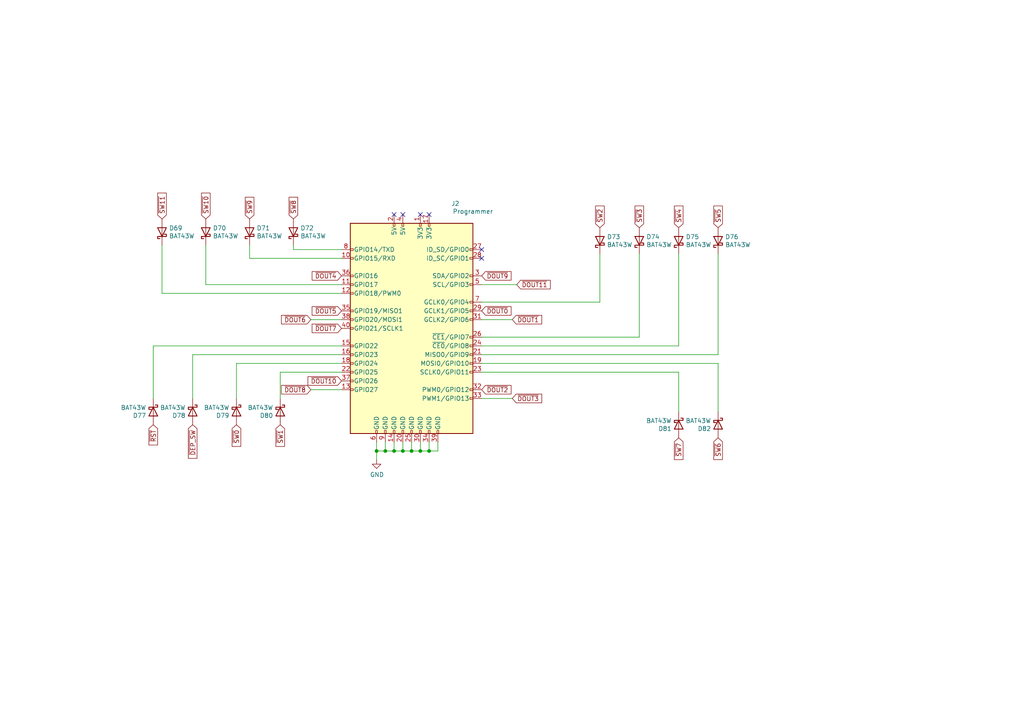
<source format=kicad_sch>
(kicad_sch (version 20210126) (generator eeschema)
  (paper "A4")
  (lib_symbols
    (symbol "Connector:Raspberry_Pi_2_3" (pin_names (offset 1.016))
      (property "Reference" "J" (at -17.78 31.75 0))
      (property "Value" "Raspberry_Pi_2_3" (at 10.16 -31.75 0))
      (symbol "Raspberry_Pi_2_3_0_1"
        (rectangle (start -17.78 30.48) (end 17.78 -30.48) (stroke (width 0.254)) (fill (type background)))
      )
      (symbol "Raspberry_Pi_2_3_1_1"
        (rectangle (start -16.891 -17.526) (end -17.78 -18.034))
        (rectangle (start -16.891 -14.986) (end -17.78 -15.494))
        (rectangle (start -16.891 -12.446) (end -17.78 -12.954))
        (rectangle (start -16.891 -9.906) (end -17.78 -10.414))
        (rectangle (start -16.891 -7.366) (end -17.78 -7.874))
        (rectangle (start -16.891 -4.826) (end -17.78 -5.334))
        (rectangle (start -16.891 0.254) (end -17.78 -0.254))
        (rectangle (start -16.891 2.794) (end -17.78 2.286))
        (rectangle (start -16.891 5.334) (end -17.78 4.826))
        (rectangle (start -16.891 10.414) (end -17.78 9.906))
        (rectangle (start -16.891 12.954) (end -17.78 12.446))
        (rectangle (start -16.891 15.494) (end -17.78 14.986))
        (rectangle (start -16.891 20.574) (end -17.78 20.066))
        (rectangle (start -16.891 23.114) (end -17.78 22.606))
        (rectangle (start -10.414 -29.591) (end -9.906 -30.48))
        (rectangle (start -7.874 -29.591) (end -7.366 -30.48))
        (rectangle (start -5.334 -29.591) (end -4.826 -30.48))
        (rectangle (start -5.334 30.48) (end -4.826 29.591))
        (rectangle (start -2.794 -29.591) (end -2.286 -30.48))
        (rectangle (start -2.794 30.48) (end -2.286 29.591))
        (rectangle (start -0.254 -29.591) (end 0.254 -30.48))
        (rectangle (start 2.286 -29.591) (end 2.794 -30.48))
        (rectangle (start 2.286 30.48) (end 2.794 29.591))
        (rectangle (start 4.826 -29.591) (end 5.334 -30.48))
        (rectangle (start 4.826 30.48) (end 5.334 29.591))
        (rectangle (start 7.366 -29.591) (end 7.874 -30.48))
        (rectangle (start 17.78 -20.066) (end 16.891 -20.574))
        (rectangle (start 17.78 -17.526) (end 16.891 -18.034))
        (rectangle (start 17.78 -12.446) (end 16.891 -12.954))
        (rectangle (start 17.78 -9.906) (end 16.891 -10.414))
        (rectangle (start 17.78 -7.366) (end 16.891 -7.874))
        (rectangle (start 17.78 -4.826) (end 16.891 -5.334))
        (rectangle (start 17.78 -2.286) (end 16.891 -2.794))
        (rectangle (start 17.78 2.794) (end 16.891 2.286))
        (rectangle (start 17.78 5.334) (end 16.891 4.826))
        (rectangle (start 17.78 7.874) (end 16.891 7.366))
        (rectangle (start 17.78 12.954) (end 16.891 12.446))
        (rectangle (start 17.78 15.494) (end 16.891 14.986))
        (rectangle (start 17.78 20.574) (end 16.891 20.066))
        (rectangle (start 17.78 23.114) (end 16.891 22.606))
        (pin power_in line (at 2.54 33.02 270) (length 2.54) (name "3V3") (number "1"))
        (pin bidirectional line (at -20.32 20.32 0) (length 2.54) (name "GPIO15/RXD") (number "10"))
        (pin bidirectional line (at -20.32 12.7 0) (length 2.54) (name "GPIO17") (number "11"))
        (pin bidirectional line (at -20.32 10.16 0) (length 2.54) (name "GPIO18/PWM0") (number "12"))
        (pin bidirectional line (at -20.32 -17.78 0) (length 2.54) (name "GPIO27") (number "13"))
        (pin power_in line (at -5.08 -33.02 90) (length 2.54) (name "GND") (number "14"))
        (pin bidirectional line (at -20.32 -5.08 0) (length 2.54) (name "GPIO22") (number "15"))
        (pin bidirectional line (at -20.32 -7.62 0) (length 2.54) (name "GPIO23") (number "16"))
        (pin power_in line (at 5.08 33.02 270) (length 2.54) (name "3V3") (number "17"))
        (pin bidirectional line (at -20.32 -10.16 0) (length 2.54) (name "GPIO24") (number "18"))
        (pin bidirectional line (at 20.32 -10.16 180) (length 2.54) (name "MOSI0/GPIO10") (number "19"))
        (pin power_in line (at -5.08 33.02 270) (length 2.54) (name "5V") (number "2"))
        (pin power_in line (at -2.54 -33.02 90) (length 2.54) (name "GND") (number "20"))
        (pin bidirectional line (at 20.32 -7.62 180) (length 2.54) (name "MISO0/GPIO9") (number "21"))
        (pin bidirectional line (at -20.32 -12.7 0) (length 2.54) (name "GPIO25") (number "22"))
        (pin bidirectional line (at 20.32 -12.7 180) (length 2.54) (name "SCLK0/GPIO11") (number "23"))
        (pin bidirectional line (at 20.32 -5.08 180) (length 2.54) (name "~CE0~/GPIO8") (number "24"))
        (pin power_in line (at 0 -33.02 90) (length 2.54) (name "GND") (number "25"))
        (pin bidirectional line (at 20.32 -2.54 180) (length 2.54) (name "~CE1~/GPIO7") (number "26"))
        (pin bidirectional line (at 20.32 22.86 180) (length 2.54) (name "ID_SD/GPIO0") (number "27"))
        (pin bidirectional line (at 20.32 20.32 180) (length 2.54) (name "ID_SC/GPIO1") (number "28"))
        (pin bidirectional line (at 20.32 5.08 180) (length 2.54) (name "GCLK1/GPIO5") (number "29"))
        (pin bidirectional line (at 20.32 15.24 180) (length 2.54) (name "SDA/GPIO2") (number "3"))
        (pin power_in line (at 2.54 -33.02 90) (length 2.54) (name "GND") (number "30"))
        (pin bidirectional line (at 20.32 2.54 180) (length 2.54) (name "GCLK2/GPIO6") (number "31"))
        (pin bidirectional line (at 20.32 -17.78 180) (length 2.54) (name "PWM0/GPIO12") (number "32"))
        (pin bidirectional line (at 20.32 -20.32 180) (length 2.54) (name "PWM1/GPIO13") (number "33"))
        (pin power_in line (at 5.08 -33.02 90) (length 2.54) (name "GND") (number "34"))
        (pin bidirectional line (at -20.32 5.08 0) (length 2.54) (name "GPIO19/MISO1") (number "35"))
        (pin bidirectional line (at -20.32 15.24 0) (length 2.54) (name "GPIO16") (number "36"))
        (pin bidirectional line (at -20.32 -15.24 0) (length 2.54) (name "GPIO26") (number "37"))
        (pin bidirectional line (at -20.32 2.54 0) (length 2.54) (name "GPIO20/MOSI1") (number "38"))
        (pin power_in line (at 7.62 -33.02 90) (length 2.54) (name "GND") (number "39"))
        (pin power_in line (at -2.54 33.02 270) (length 2.54) (name "5V") (number "4"))
        (pin bidirectional line (at -20.32 0 0) (length 2.54) (name "GPIO21/SCLK1") (number "40"))
        (pin bidirectional line (at 20.32 12.7 180) (length 2.54) (name "SCL/GPIO3") (number "5"))
        (pin power_in line (at -10.16 -33.02 90) (length 2.54) (name "GND") (number "6"))
        (pin bidirectional line (at 20.32 7.62 180) (length 2.54) (name "GCLK0/GPIO4") (number "7"))
        (pin bidirectional line (at -20.32 22.86 0) (length 2.54) (name "GPIO14/TXD") (number "8"))
        (pin power_in line (at -7.62 -33.02 90) (length 2.54) (name "GND") (number "9"))
      )
    )
    (symbol "Diode:1N5819" (pin_numbers hide) (pin_names (offset 1.016) hide)
      (property "Reference" "D" (at 0 2.54 0))
      (property "Value" "1N5819" (at 0 -2.54 0))
      (symbol "1N5819_0_1"
        (polyline (pts (xy 1.27 0) (xy -1.27 0)))
        (polyline (pts (xy 1.27 1.27) (xy 1.27 -1.27) (xy -1.27 0) (xy 1.27 1.27)) (stroke (width 0.254)))
        (polyline (pts (xy -1.905 0.635) (xy -1.905 1.27) (xy -1.27 1.27) (xy -1.27 -1.27) (xy -0.635 -1.27) (xy -0.635 -0.635)) (stroke (width 0.254)))
      )
      (symbol "1N5819_1_1"
        (pin passive line (at -3.81 0 0) (length 2.54) (name "K") (number "1"))
        (pin passive line (at 3.81 0 180) (length 2.54) (name "A") (number "2"))
      )
    )
    (symbol "power:GND" (power) (pin_names (offset 0))
      (property "Value" "GND" (at 0 -3.81 0))
      (symbol "GND_0_1"
        (polyline (pts (xy 0 0) (xy 0 -1.27) (xy 1.27 -1.27) (xy 0 -2.54) (xy -1.27 -1.27) (xy 0 -1.27)))
      )
      (symbol "GND_1_1"
        (pin power_in line (at 0 0 270) (length 0) hide (name "GND") (number "1"))
      )
    )
  )
  (junction (at 109.22 130.81) (diameter 0.9144))
  (junction (at 111.76 130.81) (diameter 0.9144))
  (junction (at 114.3 130.81) (diameter 0.9144))
  (junction (at 116.84 130.81) (diameter 0.9144))
  (junction (at 119.38 130.81) (diameter 0.9144))
  (junction (at 121.92 130.81) (diameter 0.9144))
  (junction (at 124.46 130.81) (diameter 0.9144))
  (no_connect (at 114.3 62.23))
  (no_connect (at 116.84 62.23))
  (no_connect (at 121.92 62.23))
  (no_connect (at 124.46 62.23))
  (no_connect (at 139.7 72.39))
  (no_connect (at 139.7 74.93))
  (wire (pts (xy 44.45 100.33) (xy 44.45 115.57)))
  (wire (pts (xy 44.45 100.33) (xy 99.06 100.33)))
  (wire (pts (xy 46.99 85.09) (xy 46.99 71.12)))
  (wire (pts (xy 55.88 102.87) (xy 55.88 115.57)))
  (wire (pts (xy 55.88 102.87) (xy 99.06 102.87)))
  (wire (pts (xy 59.69 82.55) (xy 59.69 71.12)))
  (wire (pts (xy 59.69 82.55) (xy 99.06 82.55)))
  (wire (pts (xy 68.58 105.41) (xy 68.58 115.57)))
  (wire (pts (xy 72.39 74.93) (xy 72.39 71.12)))
  (wire (pts (xy 72.39 74.93) (xy 99.06 74.93)))
  (wire (pts (xy 81.28 107.95) (xy 81.28 115.57)))
  (wire (pts (xy 81.28 107.95) (xy 99.06 107.95)))
  (wire (pts (xy 85.09 72.39) (xy 85.09 71.12)))
  (wire (pts (xy 90.17 92.71) (xy 99.06 92.71)))
  (wire (pts (xy 90.17 113.03) (xy 99.06 113.03)))
  (wire (pts (xy 99.06 72.39) (xy 85.09 72.39)))
  (wire (pts (xy 99.06 85.09) (xy 46.99 85.09)))
  (wire (pts (xy 99.06 105.41) (xy 68.58 105.41)))
  (wire (pts (xy 109.22 128.27) (xy 109.22 130.81)))
  (wire (pts (xy 109.22 130.81) (xy 109.22 133.35)))
  (wire (pts (xy 109.22 130.81) (xy 111.76 130.81)))
  (wire (pts (xy 111.76 130.81) (xy 111.76 128.27)))
  (wire (pts (xy 111.76 130.81) (xy 114.3 130.81)))
  (wire (pts (xy 114.3 130.81) (xy 114.3 128.27)))
  (wire (pts (xy 114.3 130.81) (xy 116.84 130.81)))
  (wire (pts (xy 116.84 130.81) (xy 116.84 128.27)))
  (wire (pts (xy 116.84 130.81) (xy 119.38 130.81)))
  (wire (pts (xy 119.38 130.81) (xy 119.38 128.27)))
  (wire (pts (xy 119.38 130.81) (xy 121.92 130.81)))
  (wire (pts (xy 121.92 130.81) (xy 121.92 128.27)))
  (wire (pts (xy 121.92 130.81) (xy 124.46 130.81)))
  (wire (pts (xy 124.46 128.27) (xy 124.46 130.81)))
  (wire (pts (xy 124.46 130.81) (xy 127 130.81)))
  (wire (pts (xy 127 130.81) (xy 127 128.27)))
  (wire (pts (xy 139.7 82.55) (xy 149.86 82.55)))
  (wire (pts (xy 139.7 87.63) (xy 173.99 87.63)))
  (wire (pts (xy 139.7 92.71) (xy 148.59 92.71)))
  (wire (pts (xy 139.7 100.33) (xy 196.85 100.33)))
  (wire (pts (xy 139.7 102.87) (xy 208.28 102.87)))
  (wire (pts (xy 139.7 105.41) (xy 208.28 105.41)))
  (wire (pts (xy 139.7 107.95) (xy 196.85 107.95)))
  (wire (pts (xy 139.7 115.57) (xy 148.59 115.57)))
  (wire (pts (xy 173.99 87.63) (xy 173.99 73.66)))
  (wire (pts (xy 185.42 73.66) (xy 185.42 97.79)))
  (wire (pts (xy 185.42 97.79) (xy 139.7 97.79)))
  (wire (pts (xy 196.85 73.66) (xy 196.85 100.33)))
  (wire (pts (xy 196.85 107.95) (xy 196.85 119.38)))
  (wire (pts (xy 208.28 102.87) (xy 208.28 73.66)))
  (wire (pts (xy 208.28 105.41) (xy 208.28 119.38)))
  (global_label "~RST" (shape input) (at 44.45 123.19 270) (property "Intersheet References" "${INTERSHEET_REFS}" (effects hide)))
  (global_label "~SW11" (shape input) (at 46.99 63.5 90) (property "Intersheet References" "${INTERSHEET_REFS}" (effects hide)))
  (global_label "~DEP_SW" (shape input) (at 55.88 123.19 270) (property "Intersheet References" "${INTERSHEET_REFS}" (effects hide)))
  (global_label "~SW10" (shape input) (at 59.69 63.5 90) (property "Intersheet References" "${INTERSHEET_REFS}" (effects hide)))
  (global_label "~SW0" (shape input) (at 68.58 123.19 270) (property "Intersheet References" "${INTERSHEET_REFS}" (effects hide)))
  (global_label "~SW9" (shape input) (at 72.39 63.5 90) (property "Intersheet References" "${INTERSHEET_REFS}" (effects hide)))
  (global_label "~SW1" (shape input) (at 81.28 123.19 270) (property "Intersheet References" "${INTERSHEET_REFS}" (effects hide)))
  (global_label "~SW8" (shape input) (at 85.09 63.5 90) (property "Intersheet References" "${INTERSHEET_REFS}" (effects hide)))
  (global_label "~DOUT6" (shape input) (at 90.17 92.71 180) (property "Intersheet References" "${INTERSHEET_REFS}" (effects hide)))
  (global_label "~DOUT8" (shape input) (at 90.17 113.03 180) (property "Intersheet References" "${INTERSHEET_REFS}" (effects hide)))
  (global_label "~DOUT4" (shape input) (at 99.06 80.01 180) (property "Intersheet References" "${INTERSHEET_REFS}" (effects hide)))
  (global_label "~DOUT5" (shape input) (at 99.06 90.17 180) (property "Intersheet References" "${INTERSHEET_REFS}" (effects hide)))
  (global_label "~DOUT7" (shape input) (at 99.06 95.25 180) (property "Intersheet References" "${INTERSHEET_REFS}" (effects hide)))
  (global_label "~DOUT10" (shape input) (at 99.06 110.49 180) (property "Intersheet References" "${INTERSHEET_REFS}" (effects hide)))
  (global_label "~DOUT9" (shape input) (at 139.7 80.01 0) (property "Intersheet References" "${INTERSHEET_REFS}" (effects hide)))
  (global_label "~DOUT0" (shape input) (at 139.7 90.17 0) (property "Intersheet References" "${INTERSHEET_REFS}" (effects hide)))
  (global_label "~DOUT2" (shape input) (at 139.7 113.03 0) (property "Intersheet References" "${INTERSHEET_REFS}" (effects hide)))
  (global_label "~DOUT1" (shape input) (at 148.59 92.71 0) (property "Intersheet References" "${INTERSHEET_REFS}" (effects hide)))
  (global_label "~DOUT3" (shape input) (at 148.59 115.57 0) (property "Intersheet References" "${INTERSHEET_REFS}" (effects hide)))
  (global_label "~DOUT11" (shape input) (at 149.86 82.55 0) (property "Intersheet References" "${INTERSHEET_REFS}" (effects hide)))
  (global_label "~SW2" (shape input) (at 173.99 66.04 90) (property "Intersheet References" "${INTERSHEET_REFS}" (effects hide)))
  (global_label "~SW3" (shape input) (at 185.42 66.04 90) (property "Intersheet References" "${INTERSHEET_REFS}" (effects hide)))
  (global_label "~SW4" (shape input) (at 196.85 66.04 90) (property "Intersheet References" "${INTERSHEET_REFS}" (effects hide)))
  (global_label "~SW7" (shape input) (at 196.85 127 270) (property "Intersheet References" "${INTERSHEET_REFS}" (effects hide)))
  (global_label "~SW5" (shape input) (at 208.28 66.04 90) (property "Intersheet References" "${INTERSHEET_REFS}" (effects hide)))
  (global_label "~SW6" (shape input) (at 208.28 127 270) (property "Intersheet References" "${INTERSHEET_REFS}" (effects hide)))
  (symbol (lib_id "power:GND") (at 109.22 133.35 0) (unit 1)
    (property "Reference" "#PWR0852" (effects hide))
    (property "Value" "GND" (at 109.3343 137.6744 0))
  )
  (symbol (lib_id "Diode:1N5819") (at 44.45 119.38 270) (unit 1)
    (property "Reference" "D77" (at 42.4179 120.5294 90) (effects (justify right)))
    (property "Value" "BAT43W" (at 42.4179 118.2307 90) (effects (justify right)))
    (property "Footprint" "Diode_SMD:D_SOD-123" (effects hide))
    (property "Datasheet" "https://datasheet.lcsc.com/szlcsc/Changjiang-Electronics-Tech-CJ-BAT43W_C19167.pdf" (effects hide))
    (property "LCSC" "C19167" (effects hide))
  )
  (symbol (lib_id "Diode:1N5819") (at 46.99 67.31 90) (unit 1)
    (property "Reference" "D69" (at 49.0221 66.1606 90) (effects (justify right)))
    (property "Value" "BAT43W" (at 49.0221 68.4593 90) (effects (justify right)))
    (property "Footprint" "Diode_SMD:D_SOD-123" (effects hide))
    (property "Datasheet" "https://datasheet.lcsc.com/szlcsc/Changjiang-Electronics-Tech-CJ-BAT43W_C19167.pdf" (effects hide))
    (property "LCSC" "C19167" (effects hide))
  )
  (symbol (lib_id "Diode:1N5819") (at 55.88 119.38 270) (unit 1)
    (property "Reference" "D78" (at 53.8479 120.5294 90) (effects (justify right)))
    (property "Value" "BAT43W" (at 53.8479 118.2307 90) (effects (justify right)))
    (property "Footprint" "Diode_SMD:D_SOD-123" (effects hide))
    (property "Datasheet" "https://datasheet.lcsc.com/szlcsc/Changjiang-Electronics-Tech-CJ-BAT43W_C19167.pdf" (effects hide))
    (property "LCSC" "C19167" (effects hide))
  )
  (symbol (lib_id "Diode:1N5819") (at 59.69 67.31 90) (unit 1)
    (property "Reference" "D70" (at 61.7221 66.1606 90) (effects (justify right)))
    (property "Value" "BAT43W" (at 61.7221 68.4593 90) (effects (justify right)))
    (property "Footprint" "Diode_SMD:D_SOD-123" (effects hide))
    (property "Datasheet" "https://datasheet.lcsc.com/szlcsc/Changjiang-Electronics-Tech-CJ-BAT43W_C19167.pdf" (effects hide))
    (property "LCSC" "C19167" (effects hide))
  )
  (symbol (lib_id "Diode:1N5819") (at 68.58 119.38 270) (unit 1)
    (property "Reference" "D79" (at 66.5479 120.5294 90) (effects (justify right)))
    (property "Value" "BAT43W" (at 66.5479 118.2307 90) (effects (justify right)))
    (property "Footprint" "Diode_SMD:D_SOD-123" (effects hide))
    (property "Datasheet" "https://datasheet.lcsc.com/szlcsc/Changjiang-Electronics-Tech-CJ-BAT43W_C19167.pdf" (effects hide))
    (property "LCSC" "C19167" (effects hide))
  )
  (symbol (lib_id "Diode:1N5819") (at 72.39 67.31 90) (unit 1)
    (property "Reference" "D71" (at 74.4221 66.1606 90) (effects (justify right)))
    (property "Value" "BAT43W" (at 74.4221 68.4593 90) (effects (justify right)))
    (property "Footprint" "Diode_SMD:D_SOD-123" (effects hide))
    (property "Datasheet" "https://datasheet.lcsc.com/szlcsc/Changjiang-Electronics-Tech-CJ-BAT43W_C19167.pdf" (effects hide))
    (property "LCSC" "C19167" (effects hide))
  )
  (symbol (lib_id "Diode:1N5819") (at 81.28 119.38 270) (unit 1)
    (property "Reference" "D80" (at 79.2479 120.5294 90) (effects (justify right)))
    (property "Value" "BAT43W" (at 79.2479 118.2307 90) (effects (justify right)))
    (property "Footprint" "Diode_SMD:D_SOD-123" (effects hide))
    (property "Datasheet" "https://datasheet.lcsc.com/szlcsc/Changjiang-Electronics-Tech-CJ-BAT43W_C19167.pdf" (effects hide))
    (property "LCSC" "C19167" (effects hide))
  )
  (symbol (lib_id "Diode:1N5819") (at 85.09 67.31 90) (unit 1)
    (property "Reference" "D72" (at 87.1221 66.1606 90) (effects (justify right)))
    (property "Value" "BAT43W" (at 87.1221 68.4593 90) (effects (justify right)))
    (property "Footprint" "Diode_SMD:D_SOD-123" (effects hide))
    (property "Datasheet" "https://datasheet.lcsc.com/szlcsc/Changjiang-Electronics-Tech-CJ-BAT43W_C19167.pdf" (effects hide))
    (property "LCSC" "C19167" (effects hide))
  )
  (symbol (lib_id "Diode:1N5819") (at 173.99 69.85 90) (unit 1)
    (property "Reference" "D73" (at 176.0221 68.7006 90) (effects (justify right)))
    (property "Value" "BAT43W" (at 176.0221 70.9993 90) (effects (justify right)))
    (property "Footprint" "Diode_SMD:D_SOD-123" (effects hide))
    (property "Datasheet" "https://datasheet.lcsc.com/szlcsc/Changjiang-Electronics-Tech-CJ-BAT43W_C19167.pdf" (effects hide))
    (property "LCSC" "C19167" (effects hide))
  )
  (symbol (lib_id "Diode:1N5819") (at 185.42 69.85 90) (unit 1)
    (property "Reference" "D74" (at 187.4521 68.7006 90) (effects (justify right)))
    (property "Value" "BAT43W" (at 187.4521 70.9993 90) (effects (justify right)))
    (property "Footprint" "Diode_SMD:D_SOD-123" (effects hide))
    (property "Datasheet" "https://datasheet.lcsc.com/szlcsc/Changjiang-Electronics-Tech-CJ-BAT43W_C19167.pdf" (effects hide))
    (property "LCSC" "C19167" (effects hide))
  )
  (symbol (lib_id "Diode:1N5819") (at 196.85 69.85 90) (unit 1)
    (property "Reference" "D75" (at 198.8821 68.7006 90) (effects (justify right)))
    (property "Value" "BAT43W" (at 198.8821 70.9993 90) (effects (justify right)))
    (property "Footprint" "Diode_SMD:D_SOD-123" (effects hide))
    (property "Datasheet" "https://datasheet.lcsc.com/szlcsc/Changjiang-Electronics-Tech-CJ-BAT43W_C19167.pdf" (effects hide))
    (property "LCSC" "C19167" (effects hide))
  )
  (symbol (lib_id "Diode:1N5819") (at 196.85 123.19 270) (unit 1)
    (property "Reference" "D81" (at 194.8179 124.3394 90) (effects (justify right)))
    (property "Value" "BAT43W" (at 194.8179 122.0407 90) (effects (justify right)))
    (property "Footprint" "Diode_SMD:D_SOD-123" (effects hide))
    (property "Datasheet" "https://datasheet.lcsc.com/szlcsc/Changjiang-Electronics-Tech-CJ-BAT43W_C19167.pdf" (effects hide))
    (property "LCSC" "C19167" (effects hide))
  )
  (symbol (lib_id "Diode:1N5819") (at 208.28 69.85 90) (unit 1)
    (property "Reference" "D76" (at 210.3121 68.7006 90) (effects (justify right)))
    (property "Value" "BAT43W" (at 210.3121 70.9993 90) (effects (justify right)))
    (property "Footprint" "Diode_SMD:D_SOD-123" (effects hide))
    (property "Datasheet" "https://datasheet.lcsc.com/szlcsc/Changjiang-Electronics-Tech-CJ-BAT43W_C19167.pdf" (effects hide))
    (property "LCSC" "C19167" (effects hide))
  )
  (symbol (lib_id "Diode:1N5819") (at 208.28 123.19 270) (unit 1)
    (property "Reference" "D82" (at 206.2479 124.3394 90) (effects (justify right)))
    (property "Value" "BAT43W" (at 206.2479 122.0407 90) (effects (justify right)))
    (property "Footprint" "Diode_SMD:D_SOD-123" (effects hide))
    (property "Datasheet" "https://datasheet.lcsc.com/szlcsc/Changjiang-Electronics-Tech-CJ-BAT43W_C19167.pdf" (effects hide))
    (property "LCSC" "C19167" (effects hide))
  )
  (symbol (lib_id "Connector:Raspberry_Pi_2_3") (at 119.38 95.25 0) (unit 1)
    (property "Reference" "J2" (at 132.08 59.0358 0))
    (property "Value" "Programmer" (at 137.16 61.334 0))
    (property "Footprint" "Connector_PinHeader_2.54mm:PinHeader_2x20_P2.54mm_Vertical" (effects hide))
    (property "Datasheet" "https://www.raspberrypi.org/documentation/hardware/raspberrypi/schematics/rpi_SCH_3bplus_1p0_reduced.pdf" (effects hide))
  )
)
</source>
